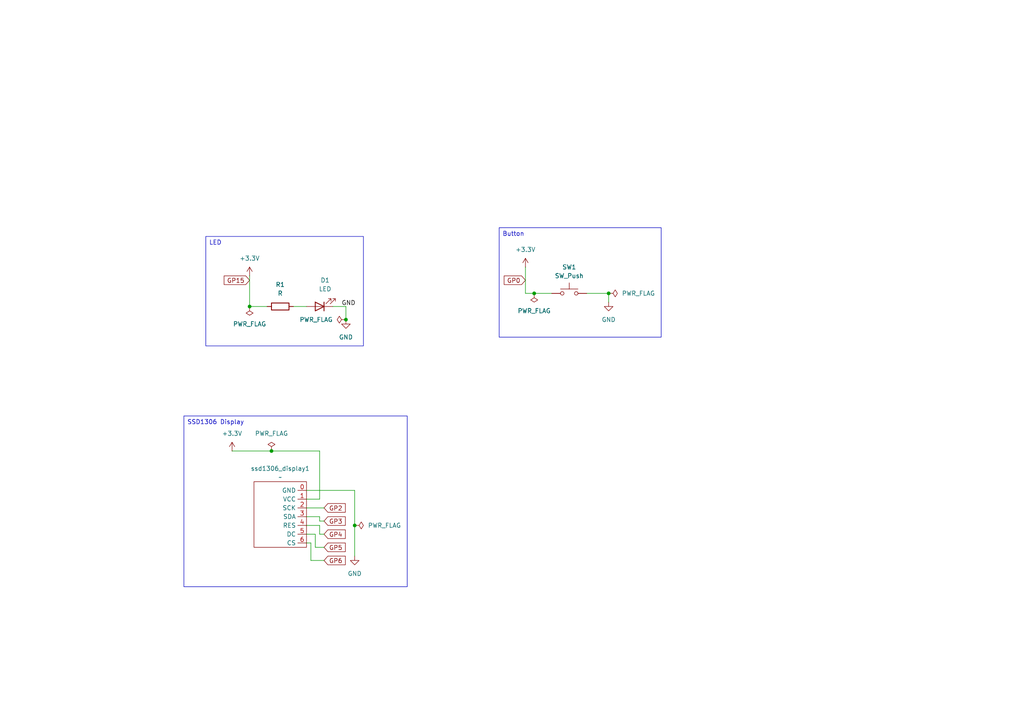
<source format=kicad_sch>
(kicad_sch (version 20231120) (generator "eeschema") (generator_version "8.0")
  (paper "A4")
  (title_block (title "Lab2 B02-G02_Expt2") (date "2024-06-13") (rev "1") (company "ECE-299 Group 2") (comment 1 "Stefanie Cutler, Alexandr Levchenkova, Daniel Dufau"))
  (lib_symbols
    (symbol "Device:LED" (pin_numbers hide) (pin_names (offset 1.016) hide)
      (property "Reference" "D" (at 0 2.54 0))
      (property "Value" "LED" (at 0 -2.54 0))
      (symbol "LED_0_1"
        (polyline (pts (xy -1.27 -1.27) (xy -1.27 1.27)) (stroke (width 0.254)))
        (polyline (pts (xy -1.27 0) (xy 1.27 0)))
        (polyline (pts (xy 1.27 -1.27) (xy 1.27 1.27) (xy -1.27 0) (xy 1.27 -1.27)) (stroke (width 0.254)))
        (polyline (pts (xy -3.048 -0.762) (xy -4.572 -2.286) (xy -3.81 -2.286) (xy -4.572 -2.286) (xy -4.572 -1.524)))
        (polyline (pts (xy -1.778 -0.762) (xy -3.302 -2.286) (xy -2.54 -2.286) (xy -3.302 -2.286) (xy -3.302 -1.524)))
      )
      (symbol "LED_1_1"
        (pin passive line (at -3.81 0 0) (length 2.54) (name "K") (number "1"))
        (pin passive line (at 3.81 0 180) (length 2.54) (name "A") (number "2"))
      )
    )
    (symbol "Device:R" (pin_numbers hide) (pin_names (offset 0))
      (property "Reference" "R" (at 2.032 0 90))
      (property "Value" "R" (at 0 0 90))
      (symbol "R_0_1"
        (rectangle (start -1.016 -2.54) (end 1.016 2.54) (stroke (width 0.254)))
      )
      (symbol "R_1_1"
        (pin passive line (at 0 3.81 270) (length 1.27) (name "~") (number "1"))
        (pin passive line (at 0 -3.81 90) (length 1.27) (name "~") (number "2"))
      )
    )
    (symbol "Switch:SW_Push" (pin_numbers hide) (pin_names (offset 1.016) hide)
      (property "Reference" "SW" (at 1.27 2.54 0))
      (property "Value" "SW_Push" (at 0 -1.524 0))
      (symbol "SW_Push_0_1"
        (circle (center -2.032 0) (radius 0.508))
        (polyline (pts (xy 0 1.27) (xy 0 3.048)))
        (polyline (pts (xy 2.54 1.27) (xy -2.54 1.27)))
        (circle (center 2.032 0) (radius 0.508))
        (pin passive line (at -5.08 0 0) (length 2.54) (name "1") (number "1"))
        (pin passive line (at 5.08 0 180) (length 2.54) (name "2") (number "2"))
      )
    )
    (symbol "power:+3.3V" (power) (pin_numbers hide) (pin_names (offset 0) hide)
      (property "Value" "+3.3V" (at 0 3.556 0))
      (symbol "+3.3V_0_1"
        (polyline (pts (xy -0.762 1.27) (xy 0 2.54)))
        (polyline (pts (xy 0 0) (xy 0 2.54)))
        (polyline (pts (xy 0 2.54) (xy 0.762 1.27)))
      )
      (symbol "+3.3V_1_1"
        (pin power_in line (at 0 0 90) (length 0) (name "~") (number "1"))
      )
    )
    (symbol "power:+5V" (power) (pin_numbers hide) (pin_names (offset 0) hide)
      (property "Value" "+5V" (at 0 3.556 0))
      (symbol "+5V_0_1"
        (polyline (pts (xy -0.762 1.27) (xy 0 2.54)))
        (polyline (pts (xy 0 0) (xy 0 2.54)))
        (polyline (pts (xy 0 2.54) (xy 0.762 1.27)))
      )
      (symbol "+5V_1_1"
        (pin power_in line (at 0 0 90) (length 0) (name "~") (number "1"))
      )
    )
    (symbol "power:GND" (power) (pin_numbers hide) (pin_names (offset 0) hide)
      (property "Value" "GND" (at 0 -3.81 0))
      (symbol "GND_0_1"
        (polyline (pts (xy 0 0) (xy 0 -1.27) (xy 1.27 -1.27) (xy 0 -2.54) (xy -1.27 -1.27) (xy 0 -1.27)))
      )
      (symbol "GND_1_1"
        (pin power_in line (at 0 0 270) (length 0) (name "~") (number "1"))
      )
    )
    (symbol "power:PWR_FLAG" (power) (pin_numbers hide) (pin_names (offset 0) hide)
      (property "Value" "PWR_FLAG" (at 0 3.81 0))
      (symbol "PWR_FLAG_0_0"
        (pin power_out line (at 0 0 90) (length 0) (name "~") (number "1"))
      )
      (symbol "PWR_FLAG_0_1"
        (polyline (pts (xy 0 0) (xy 0 1.27) (xy -1.016 1.905) (xy 0 2.54) (xy 1.016 1.905) (xy 0 1.27)))
      )
    )
    (symbol "uvic:ssd1306_display"
      (property "Reference" "ssd1306_display" (at 0 0 0))
      (symbol "ssd1306_display_0_1"
        (rectangle (start -7.62 -1.27) (end 7.62 -20.32))
      )
      (symbol "ssd1306_display_1_1"
        (pin power_in line (at 7.62 -3.81 180) (length 2.54) (name "GND") (number "0"))
        (pin power_in line (at 7.62 -6.35 180) (length 2.54) (name "VCC") (number "1"))
        (pin input line (at 7.62 -8.89 180) (length 2.54) (name "SCK") (number "2"))
        (pin input line (at 7.62 -11.43 180) (length 2.54) (name "SDA") (number "3"))
        (pin input line (at 7.62 -13.97 180) (length 2.54) (name "RES") (number "4"))
        (pin input line (at 7.62 -16.51 180) (length 2.54) (name "DC") (number "5"))
        (pin input line (at 7.62 -19.05 180) (length 2.54) (name "CS") (number "6"))
      )
    )
  )
  (junction (at 176.53 85.09))
  (junction (at 154.94 85.09))
  (junction (at 78.74 130.81))
  (junction (at 72.39 88.9))
  (junction (at 100.33 92.71))
  (junction (at 102.87 152.4))
  (wire (pts (xy 91.44 158.75) (xy 93.98 158.75)))
  (wire (pts (xy 152.4 77.47) (xy 152.4 85.09)))
  (wire (pts (xy 92.71 154.94) (xy 93.98 154.94)))
  (wire (pts (xy 102.87 142.24) (xy 102.87 152.4)))
  (wire (pts (xy 92.71 144.78) (xy 88.9 144.78)))
  (wire (pts (xy 100.33 88.9) (xy 100.33 92.71)))
  (wire (pts (xy 77.47 88.9) (xy 72.39 88.9)))
  (wire (pts (xy 88.9 147.32) (xy 93.98 147.32)))
  (wire (pts (xy 88.9 149.86) (xy 92.71 149.86)))
  (wire (pts (xy 154.94 85.09) (xy 160.02 85.09)))
  (wire (pts (xy 78.74 130.81) (xy 92.71 130.81)))
  (wire (pts (xy 102.87 152.4) (xy 102.87 161.29)))
  (wire (pts (xy 92.71 130.81) (xy 92.71 144.78)))
  (wire (pts (xy 96.52 88.9) (xy 100.33 88.9)))
  (wire (pts (xy 90.17 157.48) (xy 90.17 162.56)))
  (wire (pts (xy 92.71 152.4) (xy 92.71 154.94)))
  (wire (pts (xy 88.9 142.24) (xy 102.87 142.24)))
  (wire (pts (xy 88.9 152.4) (xy 92.71 152.4)))
  (wire (pts (xy 88.9 154.94) (xy 91.44 154.94)))
  (wire (pts (xy 92.71 151.13) (xy 93.98 151.13)))
  (wire (pts (xy 72.39 88.9) (xy 72.39 80.01)))
  (wire (pts (xy 91.44 154.94) (xy 91.44 158.75)))
  (wire (pts (xy 92.71 149.86) (xy 92.71 151.13)))
  (wire (pts (xy 88.9 157.48) (xy 90.17 157.48)))
  (wire (pts (xy 170.18 85.09) (xy 176.53 85.09)))
  (wire (pts (xy 152.4 85.09) (xy 154.94 85.09)))
  (wire (pts (xy 90.17 162.56) (xy 93.98 162.56)))
  (wire (pts (xy 85.09 88.9) (xy 88.9 88.9)))
  (wire (pts (xy 67.31 130.81) (xy 78.74 130.81)))
  (wire (pts (xy 176.53 85.09) (xy 176.53 87.63)))
  (text_box "SSD1306 Display" (at 53.34 120.65 0) (size 64.77 49.53) (effects (font (size 1.27 1.27)) (justify left top)))
  (text_box "Button" (at 144.78 66.04 0) (size 46.99 31.75) (effects (font (size 1.27 1.27)) (justify left top)))
  (text_box "LED" (at 59.69 68.58 0) (size 45.72 31.75) (effects (font (size 1.27 1.27)) (justify left top)))
  (label "GND" (at 99.06 88.9 0))
  (global_label "GP0" (shape input) (at 152.4 81.28 180) (property "Intersheetrefs" "${INTERSHEET_REFS}" (effects (hide yes))))
  (global_label "GP6" (shape input) (at 93.98 162.56 0) (property "Intersheetrefs" "${INTERSHEET_REFS}" (effects (hide yes))))
  (global_label "GP2" (shape input) (at 93.98 147.32 0) (property "Intersheetrefs" "${INTERSHEET_REFS}" (effects (hide yes))))
  (global_label "GP5" (shape input) (at 93.98 158.75 0) (property "Intersheetrefs" "${INTERSHEET_REFS}" (effects (hide yes))))
  (global_label "GP15" (shape input) (at 72.39 81.28 180) (property "Intersheetrefs" "${INTERSHEET_REFS}" (effects (hide yes))))
  (global_label "GP3" (shape input) (at 93.98 151.13 0) (property "Intersheetrefs" "${INTERSHEET_REFS}" (effects (hide yes))))
  (global_label "GP4" (shape input) (at 93.98 154.94 0) (property "Intersheetrefs" "${INTERSHEET_REFS}" (effects (hide yes))))
  (symbol (lib_id "power:PWR_FLAG") (at 154.94 85.09 180) (unit 1)
    (property "Reference" "#FLG03" (effects (hide yes)))
    (property "Value" "PWR_FLAG" (at 154.94 90.17 0))
    (property "Description" "Special symbol for telling ERC where power comes from" (effects (hide yes)))
  )
  (symbol (lib_id "power:PWR_FLAG") (at 72.39 88.9 180) (unit 1)
    (property "Reference" "#FLG01" (effects (hide yes)))
    (property "Value" "PWR_FLAG" (at 72.39 93.98 0))
    (property "Description" "Special symbol for telling ERC where power comes from" (effects (hide yes)))
  )
  (symbol (lib_id "power:+5V") (at 72.39 80.01 0) (unit 1)
    (property "Reference" "#PWR01" (effects (hide yes)))
    (property "Value" "+3.3V" (at 72.39 74.93 0))
    (property "Description" "Power symbol creates a global label with name \"+5V\"" (effects (hide yes)))
  )
  (symbol (lib_id "power:PWR_FLAG") (at 176.53 85.09 270) (unit 1)
    (property "Reference" "#FLG04" (effects (hide yes)))
    (property "Value" "PWR_FLAG" (at 180.34 85.0899 90) (effects (justify left)))
    (property "Description" "Special symbol for telling ERC where power comes from" (effects (hide yes)))
  )
  (symbol (lib_id "power:GND") (at 102.87 161.29 0) (unit 1)
    (property "Reference" "#PWR05" (effects (hide yes)))
    (property "Value" "GND" (at 102.87 166.37 0))
    (property "Description" "Power symbol creates a global label with name \"GND\" , ground" (effects (hide yes)))
  )
  (symbol (lib_id "power:PWR_FLAG") (at 102.87 152.4 270) (unit 1)
    (property "Reference" "#FLG06" (effects (hide yes)))
    (property "Value" "PWR_FLAG" (at 106.68 152.3999 90) (effects (justify left)))
    (property "Description" "Special symbol for telling ERC where power comes from" (effects (hide yes)))
  )
  (symbol (lib_id "uvic:ssd1306_display") (at 81.28 138.43 0) (unit 1)
    (property "Reference" "ssd1306_display1" (at 81.28 135.89 0))
    (property "Value" "~" (at 81.28 138.43 0))
  )
  (symbol (lib_id "power:PWR_FLAG") (at 78.74 130.81 0) (unit 1)
    (property "Reference" "#FLG05" (effects (hide yes)))
    (property "Value" "PWR_FLAG" (at 78.74 125.73 0))
    (property "Description" "Special symbol for telling ERC where power comes from" (effects (hide yes)))
  )
  (symbol (lib_id "power:+3.3V") (at 67.31 130.81 0) (unit 1)
    (property "Reference" "#PWR06" (effects (hide yes)))
    (property "Value" "+3.3V" (at 67.31 125.73 0))
    (property "Description" "Power symbol creates a global label with name \"+3.3V\"" (effects (hide yes)))
  )
  (symbol (lib_id "power:GND") (at 176.53 87.63 0) (unit 1)
    (property "Reference" "#PWR04" (effects (hide yes)))
    (property "Value" "GND" (at 176.53 92.71 0))
    (property "Description" "Power symbol creates a global label with name \"GND\" , ground" (effects (hide yes)))
  )
  (symbol (lib_id "Device:LED") (at 92.71 88.9 180) (unit 1)
    (property "Reference" "D1" (at 94.2975 81.28 0))
    (property "Value" "LED" (at 94.2975 83.82 0))
    (property "Description" "Light emitting diode" (effects (hide yes)))
  )
  (symbol (lib_id "power:PWR_FLAG") (at 100.33 92.71 90) (unit 1)
    (property "Reference" "#FLG02" (effects (hide yes)))
    (property "Value" "PWR_FLAG" (at 96.52 92.7099 90) (effects (justify left)))
    (property "Description" "Special symbol for telling ERC where power comes from" (effects (hide yes)))
  )
  (symbol (lib_id "power:GND") (at 100.33 92.71 0) (unit 1)
    (property "Reference" "#PWR02" (effects (hide yes)))
    (property "Value" "GND" (at 100.33 97.79 0))
    (property "Description" "Power symbol creates a global label with name \"GND\" , ground" (effects (hide yes)))
  )
  (symbol (lib_id "Device:R") (at 81.28 88.9 90) (unit 1)
    (property "Reference" "R1" (at 81.28 82.55 90))
    (property "Value" "R" (at 81.28 85.09 90))
    (property "Description" "Resistor" (effects (hide yes)))
  )
  (symbol (lib_id "power:+3.3V") (at 152.4 77.47 0) (unit 1)
    (property "Reference" "#PWR03" (effects (hide yes)))
    (property "Value" "+3.3V" (at 152.4 72.39 0))
    (property "Description" "Power symbol creates a global label with name \"+3.3V\"" (effects (hide yes)))
  )
  (symbol (lib_id "Switch:SW_Push") (at 165.1 85.09 0) (unit 1)
    (property "Reference" "SW1" (at 165.1 77.47 0))
    (property "Value" "SW_Push" (at 165.1 80.01 0))
    (property "Description" "Push button switch, generic, two pins" (effects (hide yes)))
  )
)
</source>
